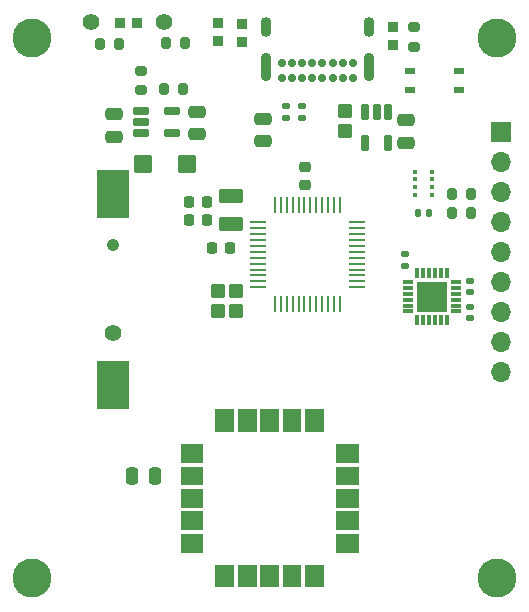
<source format=gbr>
%TF.GenerationSoftware,KiCad,Pcbnew,(6.0.11-0)*%
%TF.CreationDate,2023-08-08T17:21:04-05:00*%
%TF.ProjectId,dropkick,64726f70-6b69-4636-9b2e-6b696361645f,rev?*%
%TF.SameCoordinates,Original*%
%TF.FileFunction,Soldermask,Top*%
%TF.FilePolarity,Negative*%
%FSLAX46Y46*%
G04 Gerber Fmt 4.6, Leading zero omitted, Abs format (unit mm)*
G04 Created by KiCad (PCBNEW (6.0.11-0)) date 2023-08-08 17:21:04*
%MOMM*%
%LPD*%
G01*
G04 APERTURE LIST*
G04 Aperture macros list*
%AMRoundRect*
0 Rectangle with rounded corners*
0 $1 Rounding radius*
0 $2 $3 $4 $5 $6 $7 $8 $9 X,Y pos of 4 corners*
0 Add a 4 corners polygon primitive as box body*
4,1,4,$2,$3,$4,$5,$6,$7,$8,$9,$2,$3,0*
0 Add four circle primitives for the rounded corners*
1,1,$1+$1,$2,$3*
1,1,$1+$1,$4,$5*
1,1,$1+$1,$6,$7*
1,1,$1+$1,$8,$9*
0 Add four rect primitives between the rounded corners*
20,1,$1+$1,$2,$3,$4,$5,0*
20,1,$1+$1,$4,$5,$6,$7,0*
20,1,$1+$1,$6,$7,$8,$9,0*
20,1,$1+$1,$8,$9,$2,$3,0*%
G04 Aperture macros list end*
%ADD10C,0.010000*%
%ADD11RoundRect,0.140000X0.170000X-0.140000X0.170000X0.140000X-0.170000X0.140000X-0.170000X-0.140000X0*%
%ADD12RoundRect,0.050800X-0.400000X-0.400000X0.400000X-0.400000X0.400000X0.400000X-0.400000X0.400000X0*%
%ADD13RoundRect,0.050800X0.500000X-0.550000X0.500000X0.550000X-0.500000X0.550000X-0.500000X-0.550000X0*%
%ADD14R,0.889000X0.508000*%
%ADD15RoundRect,0.250000X0.475000X-0.250000X0.475000X0.250000X-0.475000X0.250000X-0.475000X-0.250000X0*%
%ADD16RoundRect,0.225000X0.225000X0.250000X-0.225000X0.250000X-0.225000X-0.250000X0.225000X-0.250000X0*%
%ADD17C,3.301600*%
%ADD18R,1.346200X0.279400*%
%ADD19R,0.279400X1.346200*%
%ADD20RoundRect,0.225000X0.250000X-0.225000X0.250000X0.225000X-0.250000X0.225000X-0.250000X-0.225000X0*%
%ADD21RoundRect,0.050800X0.400000X0.400000X-0.400000X0.400000X-0.400000X-0.400000X0.400000X-0.400000X0*%
%ADD22RoundRect,0.135000X-0.185000X0.135000X-0.185000X-0.135000X0.185000X-0.135000X0.185000X0.135000X0*%
%ADD23RoundRect,0.200000X0.200000X0.275000X-0.200000X0.275000X-0.200000X-0.275000X0.200000X-0.275000X0*%
%ADD24R,1.700000X1.700000*%
%ADD25O,1.700000X1.700000*%
%ADD26RoundRect,0.200000X-0.200000X-0.275000X0.200000X-0.275000X0.200000X0.275000X-0.200000X0.275000X0*%
%ADD27RoundRect,0.120800X-0.070000X0.330000X-0.070000X-0.330000X0.070000X-0.330000X0.070000X0.330000X0*%
%ADD28RoundRect,0.120800X0.330000X0.070000X-0.330000X0.070000X-0.330000X-0.070000X0.330000X-0.070000X0*%
%ADD29RoundRect,0.120800X0.070000X-0.330000X0.070000X0.330000X-0.070000X0.330000X-0.070000X-0.330000X0*%
%ADD30RoundRect,0.120800X-0.330000X-0.070000X0.330000X-0.070000X0.330000X0.070000X-0.330000X0.070000X0*%
%ADD31RoundRect,0.050800X1.250000X-1.250000X1.250000X1.250000X-1.250000X1.250000X-1.250000X-1.250000X0*%
%ADD32RoundRect,0.050800X-0.400000X0.400000X-0.400000X-0.400000X0.400000X-0.400000X0.400000X0.400000X0*%
%ADD33RoundRect,0.200000X0.275000X-0.200000X0.275000X0.200000X-0.275000X0.200000X-0.275000X-0.200000X0*%
%ADD34RoundRect,0.050800X-0.700000X0.700000X-0.700000X-0.700000X0.700000X-0.700000X0.700000X0.700000X0*%
%ADD35RoundRect,0.050800X0.950000X-0.550000X0.950000X0.550000X-0.950000X0.550000X-0.950000X-0.550000X0*%
%ADD36RoundRect,0.050800X-0.950000X0.550000X-0.950000X-0.550000X0.950000X-0.550000X0.950000X0.550000X0*%
%ADD37RoundRect,0.140000X0.140000X0.170000X-0.140000X0.170000X-0.140000X-0.170000X0.140000X-0.170000X0*%
%ADD38RoundRect,0.200000X-0.275000X0.200000X-0.275000X-0.200000X0.275000X-0.200000X0.275000X0.200000X0*%
%ADD39C,1.400000*%
%ADD40C,1.070000*%
%ADD41RoundRect,0.050800X-1.300000X2.000000X-1.300000X-2.000000X1.300000X-2.000000X1.300000X2.000000X0*%
%ADD42R,0.350000X0.350000*%
%ADD43RoundRect,0.050800X0.275000X0.600000X-0.275000X0.600000X-0.275000X-0.600000X0.275000X-0.600000X0*%
%ADD44RoundRect,0.050800X-0.500000X0.550000X-0.500000X-0.550000X0.500000X-0.550000X0.500000X0.550000X0*%
%ADD45C,0.700000*%
%ADD46O,0.900000X1.700000*%
%ADD47O,0.900000X2.400000*%
%ADD48RoundRect,0.050800X-0.600000X0.275000X-0.600000X-0.275000X0.600000X-0.275000X0.600000X0.275000X0*%
%ADD49RoundRect,0.250000X0.250000X0.475000X-0.250000X0.475000X-0.250000X-0.475000X0.250000X-0.475000X0*%
%ADD50C,1.397000*%
G04 APERTURE END LIST*
%TO.C,U2*%
G36*
X80410000Y-88580000D02*
G01*
X78610000Y-88580000D01*
X78610000Y-87080000D01*
X80410000Y-87080000D01*
X80410000Y-88580000D01*
G37*
D10*
X80410000Y-88580000D02*
X78610000Y-88580000D01*
X78610000Y-87080000D01*
X80410000Y-87080000D01*
X80410000Y-88580000D01*
G36*
X83060000Y-80230000D02*
G01*
X81560000Y-80230000D01*
X81560000Y-78430000D01*
X83060000Y-78430000D01*
X83060000Y-80230000D01*
G37*
X83060000Y-80230000D02*
X81560000Y-80230000D01*
X81560000Y-78430000D01*
X83060000Y-78430000D01*
X83060000Y-80230000D01*
G36*
X80410000Y-84780000D02*
G01*
X78610000Y-84780000D01*
X78610000Y-83280000D01*
X80410000Y-83280000D01*
X80410000Y-84780000D01*
G37*
X80410000Y-84780000D02*
X78610000Y-84780000D01*
X78610000Y-83280000D01*
X80410000Y-83280000D01*
X80410000Y-84780000D01*
G36*
X80410000Y-90480000D02*
G01*
X78610000Y-90480000D01*
X78610000Y-88980000D01*
X80410000Y-88980000D01*
X80410000Y-90480000D01*
G37*
X80410000Y-90480000D02*
X78610000Y-90480000D01*
X78610000Y-88980000D01*
X80410000Y-88980000D01*
X80410000Y-90480000D01*
G36*
X93610000Y-88580000D02*
G01*
X91810000Y-88580000D01*
X91810000Y-87080000D01*
X93610000Y-87080000D01*
X93610000Y-88580000D01*
G37*
X93610000Y-88580000D02*
X91810000Y-88580000D01*
X91810000Y-87080000D01*
X93610000Y-87080000D01*
X93610000Y-88580000D01*
G36*
X88760000Y-80230000D02*
G01*
X87260000Y-80230000D01*
X87260000Y-78430000D01*
X88760000Y-78430000D01*
X88760000Y-80230000D01*
G37*
X88760000Y-80230000D02*
X87260000Y-80230000D01*
X87260000Y-78430000D01*
X88760000Y-78430000D01*
X88760000Y-80230000D01*
G36*
X88760000Y-93430000D02*
G01*
X87260000Y-93430000D01*
X87260000Y-91630000D01*
X88760000Y-91630000D01*
X88760000Y-93430000D01*
G37*
X88760000Y-93430000D02*
X87260000Y-93430000D01*
X87260000Y-91630000D01*
X88760000Y-91630000D01*
X88760000Y-93430000D01*
G36*
X84960000Y-93430000D02*
G01*
X83460000Y-93430000D01*
X83460000Y-91630000D01*
X84960000Y-91630000D01*
X84960000Y-93430000D01*
G37*
X84960000Y-93430000D02*
X83460000Y-93430000D01*
X83460000Y-91630000D01*
X84960000Y-91630000D01*
X84960000Y-93430000D01*
G36*
X93610000Y-90480000D02*
G01*
X91810000Y-90480000D01*
X91810000Y-88980000D01*
X93610000Y-88980000D01*
X93610000Y-90480000D01*
G37*
X93610000Y-90480000D02*
X91810000Y-90480000D01*
X91810000Y-88980000D01*
X93610000Y-88980000D01*
X93610000Y-90480000D01*
G36*
X84960000Y-80230000D02*
G01*
X83460000Y-80230000D01*
X83460000Y-78430000D01*
X84960000Y-78430000D01*
X84960000Y-80230000D01*
G37*
X84960000Y-80230000D02*
X83460000Y-80230000D01*
X83460000Y-78430000D01*
X84960000Y-78430000D01*
X84960000Y-80230000D01*
G36*
X90660000Y-93430000D02*
G01*
X89160000Y-93430000D01*
X89160000Y-91630000D01*
X90660000Y-91630000D01*
X90660000Y-93430000D01*
G37*
X90660000Y-93430000D02*
X89160000Y-93430000D01*
X89160000Y-91630000D01*
X90660000Y-91630000D01*
X90660000Y-93430000D01*
G36*
X80410000Y-86680000D02*
G01*
X78610000Y-86680000D01*
X78610000Y-85180000D01*
X80410000Y-85180000D01*
X80410000Y-86680000D01*
G37*
X80410000Y-86680000D02*
X78610000Y-86680000D01*
X78610000Y-85180000D01*
X80410000Y-85180000D01*
X80410000Y-86680000D01*
G36*
X90660000Y-80230000D02*
G01*
X89160000Y-80230000D01*
X89160000Y-78430000D01*
X90660000Y-78430000D01*
X90660000Y-80230000D01*
G37*
X90660000Y-80230000D02*
X89160000Y-80230000D01*
X89160000Y-78430000D01*
X90660000Y-78430000D01*
X90660000Y-80230000D01*
G36*
X86860000Y-80230000D02*
G01*
X85360000Y-80230000D01*
X85360000Y-78430000D01*
X86860000Y-78430000D01*
X86860000Y-80230000D01*
G37*
X86860000Y-80230000D02*
X85360000Y-80230000D01*
X85360000Y-78430000D01*
X86860000Y-78430000D01*
X86860000Y-80230000D01*
G36*
X80410000Y-82880000D02*
G01*
X78610000Y-82880000D01*
X78610000Y-81380000D01*
X80410000Y-81380000D01*
X80410000Y-82880000D01*
G37*
X80410000Y-82880000D02*
X78610000Y-82880000D01*
X78610000Y-81380000D01*
X80410000Y-81380000D01*
X80410000Y-82880000D01*
G36*
X93610000Y-84780000D02*
G01*
X91810000Y-84780000D01*
X91810000Y-83280000D01*
X93610000Y-83280000D01*
X93610000Y-84780000D01*
G37*
X93610000Y-84780000D02*
X91810000Y-84780000D01*
X91810000Y-83280000D01*
X93610000Y-83280000D01*
X93610000Y-84780000D01*
G36*
X86860000Y-93430000D02*
G01*
X85360000Y-93430000D01*
X85360000Y-91630000D01*
X86860000Y-91630000D01*
X86860000Y-93430000D01*
G37*
X86860000Y-93430000D02*
X85360000Y-93430000D01*
X85360000Y-91630000D01*
X86860000Y-91630000D01*
X86860000Y-93430000D01*
G36*
X93610000Y-82880000D02*
G01*
X91810000Y-82880000D01*
X91810000Y-81380000D01*
X93610000Y-81380000D01*
X93610000Y-82880000D01*
G37*
X93610000Y-82880000D02*
X91810000Y-82880000D01*
X91810000Y-81380000D01*
X93610000Y-81380000D01*
X93610000Y-82880000D01*
G36*
X93610000Y-86680000D02*
G01*
X91810000Y-86680000D01*
X91810000Y-85180000D01*
X93610000Y-85180000D01*
X93610000Y-86680000D01*
G37*
X93610000Y-86680000D02*
X91810000Y-86680000D01*
X91810000Y-85180000D01*
X93610000Y-85180000D01*
X93610000Y-86680000D01*
G36*
X83060000Y-93430000D02*
G01*
X81560000Y-93430000D01*
X81560000Y-91630000D01*
X83060000Y-91630000D01*
X83060000Y-93430000D01*
G37*
X83060000Y-93430000D02*
X81560000Y-93430000D01*
X81560000Y-91630000D01*
X83060000Y-91630000D01*
X83060000Y-93430000D01*
%TD*%
D11*
%TO.C,C11*%
X103100000Y-68500000D03*
X103100000Y-67540000D03*
%TD*%
D12*
%TO.C,CHG1*%
X83800000Y-47350000D03*
X83800000Y-45850000D03*
%TD*%
D13*
%TO.C,R2*%
X92500000Y-54850000D03*
X92500000Y-53150000D03*
%TD*%
D14*
%TO.C,SW2*%
X102149998Y-51400001D03*
X102149998Y-49799999D03*
X98050002Y-49799999D03*
X98050002Y-51400001D03*
%TD*%
D15*
%TO.C,C2*%
X85600000Y-55750000D03*
X85600000Y-53850000D03*
%TD*%
D16*
%TO.C,C6*%
X80849000Y-60842000D03*
X79299000Y-60842000D03*
%TD*%
D17*
%TO.C,H2*%
X105410000Y-46990000D03*
%TD*%
D18*
%TO.C,U4*%
X85171700Y-62600000D03*
X85171700Y-63099999D03*
X85171700Y-63600001D03*
X85171700Y-64100000D03*
X85171700Y-64599999D03*
X85171700Y-65100000D03*
X85171700Y-65600000D03*
X85171700Y-66100001D03*
X85171700Y-66600000D03*
X85171700Y-67099999D03*
X85171700Y-67600001D03*
X85171700Y-68100000D03*
D19*
X86600000Y-69528300D03*
X87099999Y-69528300D03*
X87600001Y-69528300D03*
X88100000Y-69528300D03*
X88599999Y-69528300D03*
X89100000Y-69528300D03*
X89600000Y-69528300D03*
X90100001Y-69528300D03*
X90600000Y-69528300D03*
X91099999Y-69528300D03*
X91600001Y-69528300D03*
X92100000Y-69528300D03*
D18*
X93528300Y-68100000D03*
X93528300Y-67600001D03*
X93528300Y-67099999D03*
X93528300Y-66600000D03*
X93528300Y-66100001D03*
X93528300Y-65600000D03*
X93528300Y-65100000D03*
X93528300Y-64599999D03*
X93528300Y-64100000D03*
X93528300Y-63600001D03*
X93528300Y-63099999D03*
X93528300Y-62600000D03*
D19*
X92100000Y-61171700D03*
X91600001Y-61171700D03*
X91099999Y-61171700D03*
X90600000Y-61171700D03*
X90100001Y-61171700D03*
X89600000Y-61171700D03*
X89100000Y-61171700D03*
X88599999Y-61171700D03*
X88100000Y-61171700D03*
X87600001Y-61171700D03*
X87099999Y-61171700D03*
X86600000Y-61171700D03*
%TD*%
D11*
%TO.C,C13*%
X103100000Y-70700000D03*
X103100000Y-69740000D03*
%TD*%
D17*
%TO.C,H1*%
X66040000Y-46990000D03*
%TD*%
D20*
%TO.C,C9*%
X89130000Y-59485000D03*
X89130000Y-57935000D03*
%TD*%
D16*
%TO.C,C7*%
X80849000Y-62366000D03*
X79299000Y-62366000D03*
%TD*%
D21*
%TO.C,L2*%
X96600000Y-46050000D03*
X96600000Y-47550000D03*
%TD*%
D22*
%TO.C,R11*%
X88900000Y-52790000D03*
X88900000Y-53810000D03*
%TD*%
D23*
%TO.C,R7*%
X79025000Y-47400000D03*
X77375000Y-47400000D03*
%TD*%
D17*
%TO.C,H4*%
X105410000Y-92710000D03*
%TD*%
D15*
%TO.C,C4*%
X97700000Y-55850000D03*
X97700000Y-53950000D03*
%TD*%
D24*
%TO.C,J1*%
X105700000Y-54950000D03*
D25*
X105700000Y-57490000D03*
X105700000Y-60030000D03*
X105700000Y-62570000D03*
X105700000Y-65110000D03*
X105700000Y-67650000D03*
X105700000Y-70190000D03*
X105700000Y-72730000D03*
X105700000Y-75270000D03*
%TD*%
D26*
%TO.C,R8*%
X71775000Y-47500000D03*
X73425000Y-47500000D03*
%TD*%
D17*
%TO.C,H3*%
X66040000Y-92710000D03*
%TD*%
D13*
%TO.C,R1*%
X81800000Y-70150000D03*
X81800000Y-68450000D03*
%TD*%
D27*
%TO.C,U6*%
X98650000Y-70900000D03*
X99150000Y-70900000D03*
X99650000Y-70900000D03*
X100150000Y-70900000D03*
X100650000Y-70900000D03*
X101150000Y-70900000D03*
D28*
X101900000Y-70150000D03*
X101900000Y-69650000D03*
X101900000Y-69150000D03*
X101900000Y-68650000D03*
X101900000Y-68150000D03*
X101900000Y-67650000D03*
D29*
X101150000Y-66900000D03*
X100650000Y-66900000D03*
X100150000Y-66900000D03*
X99650000Y-66900000D03*
X99150000Y-66900000D03*
X98650000Y-66900000D03*
D30*
X97900000Y-67650000D03*
X97900000Y-68150000D03*
X97900000Y-68650000D03*
X97900000Y-69150000D03*
X97900000Y-69650000D03*
X97900000Y-70150000D03*
D31*
X99900000Y-68900000D03*
%TD*%
D22*
%TO.C,R12*%
X87500000Y-52790000D03*
X87500000Y-53810000D03*
%TD*%
D15*
%TO.C,C3*%
X80000000Y-55150000D03*
X80000000Y-53250000D03*
%TD*%
D11*
%TO.C,C12*%
X97600000Y-66280000D03*
X97600000Y-65320000D03*
%TD*%
D15*
%TO.C,C8*%
X73000000Y-55350000D03*
X73000000Y-53450000D03*
%TD*%
D32*
%TO.C,D2*%
X73450000Y-45700000D03*
X74950000Y-45700000D03*
%TD*%
D33*
%TO.C,R6*%
X98400000Y-47725000D03*
X98400000Y-46075000D03*
%TD*%
D16*
%TO.C,C1*%
X82805000Y-64810000D03*
X81255000Y-64810000D03*
%TD*%
D34*
%TO.C,D1*%
X75450000Y-57700000D03*
X79150000Y-57700000D03*
%TD*%
D35*
%TO.C,X4*%
X82880000Y-60380000D03*
D36*
X82880000Y-62780000D03*
%TD*%
D26*
%TO.C,R9*%
X101575000Y-60200000D03*
X103225000Y-60200000D03*
%TD*%
D37*
%TO.C,C10*%
X99680000Y-61800000D03*
X98720000Y-61800000D03*
%TD*%
D38*
%TO.C,R5*%
X75300000Y-49775000D03*
X75300000Y-51425000D03*
%TD*%
D39*
%TO.C,B1*%
X72900000Y-72000000D03*
D40*
X72900000Y-64500000D03*
D41*
X72900000Y-76410000D03*
X72930000Y-60230000D03*
%TD*%
D42*
%TO.C,U5*%
X98475000Y-60274999D03*
X98475000Y-59625001D03*
X98475000Y-58974999D03*
X98475000Y-58325001D03*
X99925000Y-58325001D03*
X99925000Y-58974999D03*
X99925000Y-59625001D03*
X99925000Y-60274999D03*
%TD*%
D43*
%TO.C,U1*%
X96150000Y-53299900D03*
X95200000Y-53299900D03*
X94250000Y-53299900D03*
X94250000Y-55900100D03*
X96150000Y-55900100D03*
%TD*%
D12*
%TO.C,L1*%
X81800000Y-47250000D03*
X81800000Y-45750000D03*
%TD*%
D44*
%TO.C,R3*%
X83300000Y-68450000D03*
X83300000Y-70150000D03*
%TD*%
D45*
%TO.C,J2*%
X93175000Y-50425000D03*
X92325000Y-50425000D03*
X91475000Y-50425000D03*
X90625000Y-50425000D03*
X89775000Y-50425000D03*
X88925000Y-50425000D03*
X88075000Y-50425000D03*
X87225000Y-50425000D03*
X87225000Y-49075000D03*
X88075000Y-49075000D03*
X88925000Y-49075000D03*
X89775000Y-49075000D03*
X90625000Y-49075000D03*
X91475000Y-49075000D03*
X92325000Y-49075000D03*
X93175000Y-49075000D03*
D46*
X94525000Y-46065000D03*
X85875000Y-46065000D03*
D47*
X94525000Y-49445000D03*
X85875000Y-49445000D03*
%TD*%
D26*
%TO.C,R4*%
X77175000Y-51300000D03*
X78825000Y-51300000D03*
%TD*%
D48*
%TO.C,U3*%
X75299900Y-53150000D03*
X75299900Y-54100000D03*
X75299900Y-55050000D03*
X77900100Y-55050000D03*
X77900100Y-53150000D03*
%TD*%
D26*
%TO.C,R10*%
X101575000Y-61800000D03*
X103225000Y-61800000D03*
%TD*%
D49*
%TO.C,C5*%
X76420000Y-84040000D03*
X74520000Y-84040000D03*
%TD*%
D50*
%TO.C,SW1*%
X70994999Y-45683932D03*
X77244999Y-45683932D03*
%TD*%
M02*

</source>
